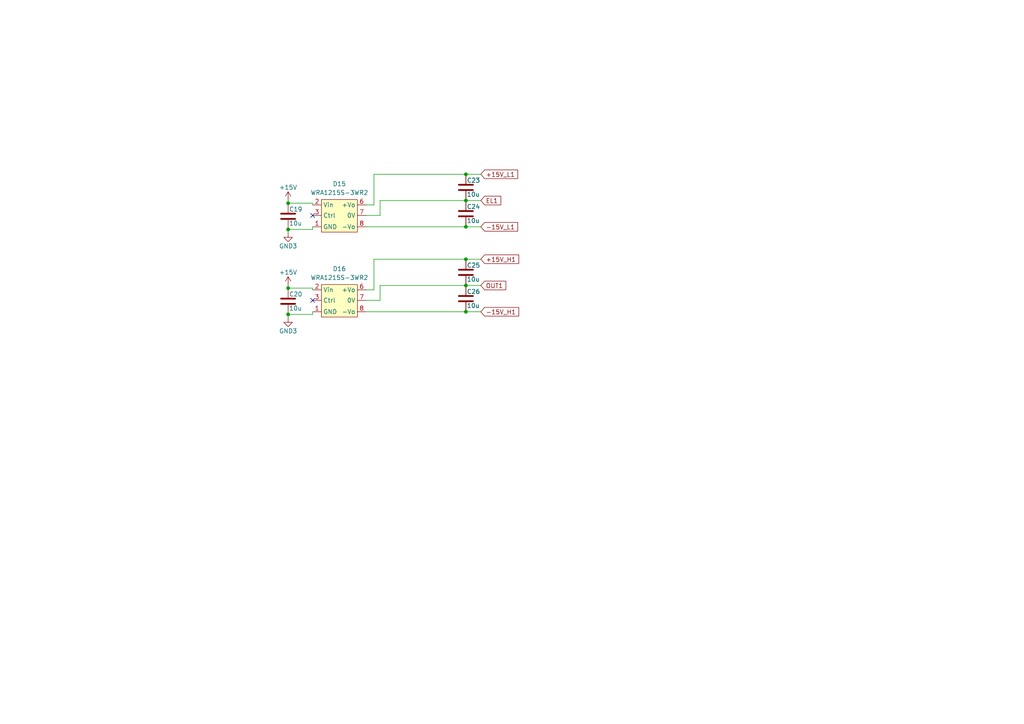
<source format=kicad_sch>
(kicad_sch (version 20211123) (generator eeschema)
  (paper "A4")
  (lib_symbols
    (symbol "Device:C" (pin_numbers hide) (pin_names (offset 0.254))
      (property "Reference" "C" (at 0.635 2.54 0))
      (property "Value" "C" (at 0.635 -2.54 0))
      (symbol "C_0_1"
        (polyline (pts (xy -2.032 -0.762) (xy 2.032 -0.762)) (stroke (width 0.508)))
        (polyline (pts (xy -2.032 0.762) (xy 2.032 0.762)) (stroke (width 0.508)))
      )
      (symbol "C_1_1"
        (pin passive line (at 0 3.81 270) (length 2.794) (name "~") (number "1"))
        (pin passive line (at 0 -3.81 90) (length 2.794) (name "~") (number "2"))
      )
    )
    (symbol "Morsun:WRA1215S-3WR2"
      (property "Reference" "D" (at 0 0 0))
      (property "Value" "WRA1215S-3WR2" (at -0.254 1.778 0))
      (symbol "WRA1215S-3WR2_0_1"
        (rectangle (start -5.334 -1.27) (end 5.08 -10.668) (fill (type background)))
      )
      (symbol "WRA1215S-3WR2_1_1"
        (pin input line (at -7.874 -9.144 0) (length 2.54) (name "GND") (number "1"))
        (pin input line (at -7.874 -2.794 0) (length 2.54) (name "Vin") (number "2"))
        (pin input line (at -7.874 -5.842 0) (length 2.54) (name "Ctrl") (number "3"))
        (pin input line (at 7.62 -2.794 180) (length 2.54) (name "+Vo") (number "6"))
        (pin input line (at 7.62 -5.842 180) (length 2.54) (name "0V") (number "7"))
        (pin input line (at 7.62 -9.144 180) (length 2.54) (name "-Vo") (number "8"))
      )
    )
    (symbol "power:+15V" (power) (pin_names (offset 0))
      (property "Value" "+15V" (at 0 3.556 0))
      (symbol "+15V_0_1"
        (polyline (pts (xy -0.762 1.27) (xy 0 2.54)))
        (polyline (pts (xy 0 0) (xy 0 2.54)))
        (polyline (pts (xy 0 2.54) (xy 0.762 1.27)))
      )
      (symbol "+15V_1_1"
        (pin power_in line (at 0 0 90) (length 0) hide (name "+15V") (number "1"))
      )
    )
    (symbol "power:GND3" (power) (pin_names (offset 0))
      (property "Value" "GND3" (at 0 -3.81 0))
      (symbol "GND3_0_1"
        (polyline (pts (xy 0 0) (xy 0 -1.27) (xy 1.27 -1.27) (xy 0 -2.54) (xy -1.27 -1.27) (xy 0 -1.27)))
      )
      (symbol "GND3_1_1"
        (pin power_in line (at 0 0 270) (length 0) hide (name "GND3") (number "1"))
      )
    )
  )
  (junction (at 83.566 91.186))
  (junction (at 135.128 65.786))
  (junction (at 135.128 58.166))
  (junction (at 135.128 50.546))
  (junction (at 83.566 66.548))
  (junction (at 135.128 82.804))
  (junction (at 135.128 90.424))
  (junction (at 83.566 83.566))
  (junction (at 135.128 75.184))
  (junction (at 83.566 58.928))
  (no_connect (at 90.678 87.122))
  (no_connect (at 90.678 62.484))
  (wire (pts (xy 90.678 91.186) (xy 90.678 90.424)))
  (wire (pts (xy 83.566 58.928) (xy 90.678 58.928)))
  (wire (pts (xy 135.128 58.166) (xy 139.446 58.166)))
  (wire (pts (xy 110.236 58.166) (xy 135.128 58.166)))
  (wire (pts (xy 83.566 58.166) (xy 83.566 58.928)))
  (wire (pts (xy 108.458 50.546) (xy 108.458 59.436)))
  (wire (pts (xy 135.128 82.804) (xy 139.446 82.804)))
  (wire (pts (xy 135.128 50.546) (xy 139.446 50.546)))
  (wire (pts (xy 108.458 75.184) (xy 108.458 84.074)))
  (wire (pts (xy 110.236 62.484) (xy 110.236 58.166)))
  (wire (pts (xy 135.128 65.786) (xy 139.446 65.786)))
  (wire (pts (xy 83.566 66.548) (xy 83.566 67.564)))
  (wire (pts (xy 108.458 59.436) (xy 106.172 59.436)))
  (wire (pts (xy 106.172 65.786) (xy 135.128 65.786)))
  (wire (pts (xy 83.566 82.804) (xy 83.566 83.566)))
  (wire (pts (xy 135.128 50.546) (xy 108.458 50.546)))
  (wire (pts (xy 108.458 84.074) (xy 106.172 84.074)))
  (wire (pts (xy 135.128 75.184) (xy 139.446 75.184)))
  (wire (pts (xy 135.128 90.424) (xy 139.446 90.424)))
  (wire (pts (xy 90.678 83.566) (xy 90.678 84.074)))
  (wire (pts (xy 135.128 75.184) (xy 108.458 75.184)))
  (wire (pts (xy 83.566 91.186) (xy 83.566 92.202)))
  (wire (pts (xy 106.172 62.484) (xy 110.236 62.484)))
  (wire (pts (xy 83.566 83.566) (xy 90.678 83.566)))
  (wire (pts (xy 83.566 91.186) (xy 90.678 91.186)))
  (wire (pts (xy 90.678 66.548) (xy 90.678 65.786)))
  (wire (pts (xy 106.172 87.122) (xy 110.236 87.122)))
  (wire (pts (xy 90.678 58.928) (xy 90.678 59.436)))
  (wire (pts (xy 110.236 87.122) (xy 110.236 82.804)))
  (wire (pts (xy 106.172 90.424) (xy 135.128 90.424)))
  (wire (pts (xy 83.566 66.548) (xy 90.678 66.548)))
  (wire (pts (xy 110.236 82.804) (xy 135.128 82.804)))
  (global_label "-15V_L1" (shape input) (at 139.446 65.786 0) (property "Intersheet References" "${INTERSHEET_REFS}" (effects hide)))
  (global_label "+15V_H1" (shape input) (at 139.446 75.184 0) (property "Intersheet References" "${INTERSHEET_REFS}" (effects hide)))
  (global_label "OUT1" (shape input) (at 139.446 82.804 0) (property "Intersheet References" "${INTERSHEET_REFS}" (effects hide)))
  (global_label "+15V_L1" (shape input) (at 139.446 50.546 0) (property "Intersheet References" "${INTERSHEET_REFS}" (effects hide)))
  (global_label "-15V_H1" (shape input) (at 139.446 90.424 0) (property "Intersheet References" "${INTERSHEET_REFS}" (effects hide)))
  (global_label "EL1" (shape input) (at 139.446 58.166 0) (property "Intersheet References" "${INTERSHEET_REFS}" (effects hide)))
  (symbol (lib_id "Device:C") (at 135.128 61.976 0) (unit 1)
    (property "Reference" "C24" (at 135.382 59.944 0) (effects (justify left)))
    (property "Value" "10u" (at 135.382 64.008 0) (effects (justify left)))
    (property "Footprint" "Capacitor_SMD:C_1210_3225Metric_Pad1.33x2.70mm_HandSolder" (effects hide))
  )
  (symbol (lib_id "Device:C") (at 135.128 54.356 0) (unit 1)
    (property "Reference" "C23" (at 135.382 52.324 0) (effects (justify left)))
    (property "Value" "10u" (at 135.382 56.388 0) (effects (justify left)))
    (property "Footprint" "Capacitor_SMD:C_1210_3225Metric_Pad1.33x2.70mm_HandSolder" (effects hide))
  )
  (symbol (lib_id "Morsun:WRA1215S-3WR2") (at 98.552 81.28 0) (unit 1)
    (property "Reference" "D16" (at 98.425 77.978 0))
    (property "Value" "WRA1215S-3WR2" (at 98.425 80.518 0))
    (property "Footprint" "Mornsun:WRA1215S-3WR2" (effects hide))
  )
  (symbol (lib_id "power:GND3") (at 83.566 67.564 0) (unit 1)
    (property "Reference" "#PWR048" (effects hide))
    (property "Value" "GND3" (at 83.566 71.374 0))
  )
  (symbol (lib_id "Device:C") (at 83.566 62.738 0) (unit 1)
    (property "Reference" "C19" (at 83.82 60.706 0) (effects (justify left)))
    (property "Value" "10u" (at 83.82 64.77 0) (effects (justify left)))
    (property "Footprint" "Capacitor_SMD:C_1210_3225Metric_Pad1.33x2.70mm_HandSolder" (effects hide))
  )
  (symbol (lib_id "Morsun:WRA1215S-3WR2") (at 98.552 56.642 0) (unit 1)
    (property "Reference" "D15" (at 98.425 53.34 0))
    (property "Value" "WRA1215S-3WR2" (at 98.425 55.88 0))
    (property "Footprint" "Mornsun:WRA1215S-3WR2" (effects hide))
  )
  (symbol (lib_id "Device:C") (at 135.128 78.994 0) (unit 1)
    (property "Reference" "C25" (at 135.382 76.962 0) (effects (justify left)))
    (property "Value" "10u" (at 135.382 81.026 0) (effects (justify left)))
    (property "Footprint" "Capacitor_SMD:C_1210_3225Metric_Pad1.33x2.70mm_HandSolder" (effects hide))
  )
  (symbol (lib_id "power:+15V") (at 83.566 82.804 0) (unit 1)
    (property "Reference" "#PWR049" (effects hide))
    (property "Value" "+15V" (at 83.566 78.994 0))
  )
  (symbol (lib_id "Device:C") (at 135.128 86.614 0) (unit 1)
    (property "Reference" "C26" (at 135.382 84.582 0) (effects (justify left)))
    (property "Value" "10u" (at 135.382 88.646 0) (effects (justify left)))
    (property "Footprint" "Capacitor_SMD:C_1210_3225Metric_Pad1.33x2.70mm_HandSolder" (effects hide))
  )
  (symbol (lib_id "power:GND3") (at 83.566 92.202 0) (unit 1)
    (property "Reference" "#PWR050" (effects hide))
    (property "Value" "GND3" (at 83.566 96.012 0))
  )
  (symbol (lib_id "Device:C") (at 83.566 87.376 0) (unit 1)
    (property "Reference" "C20" (at 83.82 85.344 0) (effects (justify left)))
    (property "Value" "10u" (at 83.82 89.408 0) (effects (justify left)))
    (property "Footprint" "Capacitor_SMD:C_1210_3225Metric_Pad1.33x2.70mm_HandSolder" (effects hide))
  )
  (symbol (lib_id "power:+15V") (at 83.566 58.166 0) (unit 1)
    (property "Reference" "#PWR047" (effects hide))
    (property "Value" "+15V" (at 83.566 54.356 0))
  )
)
</source>
